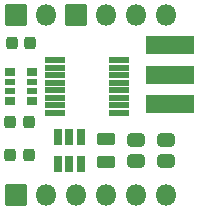
<source format=gbr>
%TF.GenerationSoftware,KiCad,Pcbnew,(6.0.5-0)*%
%TF.CreationDate,2022-08-13T19:22:48-07:00*%
%TF.ProjectId,max3100-uart-adpt,6d617833-3130-4302-9d75-6172742d6164,P1.1*%
%TF.SameCoordinates,PX6b4f310PY74ffa90*%
%TF.FileFunction,Soldermask,Bot*%
%TF.FilePolarity,Negative*%
%FSLAX46Y46*%
G04 Gerber Fmt 4.6, Leading zero omitted, Abs format (unit mm)*
G04 Created by KiCad (PCBNEW (6.0.5-0)) date 2022-08-13 19:22:48*
%MOMM*%
%LPD*%
G01*
G04 APERTURE LIST*
G04 Aperture macros list*
%AMRoundRect*
0 Rectangle with rounded corners*
0 $1 Rounding radius*
0 $2 $3 $4 $5 $6 $7 $8 $9 X,Y pos of 4 corners*
0 Add a 4 corners polygon primitive as box body*
4,1,4,$2,$3,$4,$5,$6,$7,$8,$9,$2,$3,0*
0 Add four circle primitives for the rounded corners*
1,1,$1+$1,$2,$3*
1,1,$1+$1,$4,$5*
1,1,$1+$1,$6,$7*
1,1,$1+$1,$8,$9*
0 Add four rect primitives between the rounded corners*
20,1,$1+$1,$2,$3,$4,$5,0*
20,1,$1+$1,$4,$5,$6,$7,0*
20,1,$1+$1,$6,$7,$8,$9,0*
20,1,$1+$1,$8,$9,$2,$3,0*%
G04 Aperture macros list end*
%ADD10RoundRect,0.200000X-0.150000X0.512500X-0.150000X-0.512500X0.150000X-0.512500X0.150000X0.512500X0*%
%ADD11RoundRect,0.300000X0.450000X-0.262500X0.450000X0.262500X-0.450000X0.262500X-0.450000X-0.262500X0*%
%ADD12RoundRect,0.300000X-0.450000X0.262500X-0.450000X-0.262500X0.450000X-0.262500X0.450000X0.262500X0*%
%ADD13RoundRect,0.050000X2.000000X-0.750000X2.000000X0.750000X-2.000000X0.750000X-2.000000X-0.750000X0*%
%ADD14RoundRect,0.050000X0.400000X0.250000X-0.400000X0.250000X-0.400000X-0.250000X0.400000X-0.250000X0*%
%ADD15RoundRect,0.050000X0.400000X0.200000X-0.400000X0.200000X-0.400000X-0.200000X0.400000X-0.200000X0*%
%ADD16RoundRect,0.050000X0.850000X-0.850000X0.850000X0.850000X-0.850000X0.850000X-0.850000X-0.850000X0*%
%ADD17O,1.800000X1.800000*%
%ADD18RoundRect,0.050000X-0.775000X0.217500X-0.775000X-0.217500X0.775000X-0.217500X0.775000X0.217500X0*%
%ADD19RoundRect,0.268750X-0.218750X-0.256250X0.218750X-0.256250X0.218750X0.256250X-0.218750X0.256250X0*%
%ADD20RoundRect,0.300000X-0.475000X0.250000X-0.475000X-0.250000X0.475000X-0.250000X0.475000X0.250000X0*%
G04 APERTURE END LIST*
D10*
%TO.C,Q1*%
X48528000Y34919500D03*
X49478000Y34919500D03*
X50428000Y34919500D03*
X50428000Y32644500D03*
X49478000Y32644500D03*
X48528000Y32644500D03*
%TD*%
D11*
%TO.C,R2*%
X57678000Y32869500D03*
X57678000Y34694500D03*
%TD*%
D12*
%TO.C,R1*%
X55078000Y34694500D03*
X55078000Y32869500D03*
%TD*%
D13*
%TO.C,Y1*%
X57978000Y42682000D03*
X57978000Y40182000D03*
X57978000Y37682000D03*
%TD*%
D14*
%TO.C,RN1*%
X46278000Y40382000D03*
D15*
X46278000Y39582000D03*
X46278000Y38782000D03*
D14*
X46278000Y37982000D03*
X44478000Y37982000D03*
D15*
X44478000Y38782000D03*
X44478000Y39582000D03*
D14*
X44478000Y40382000D03*
%TD*%
D16*
%TO.C,J3*%
X50038000Y45212000D03*
D17*
X52578000Y45212000D03*
X55118000Y45212000D03*
X57658000Y45212000D03*
%TD*%
D16*
%TO.C,J2*%
X44958000Y29972000D03*
D17*
X47498000Y29972000D03*
X50038000Y29972000D03*
X52578000Y29972000D03*
X55118000Y29972000D03*
X57658000Y29972000D03*
%TD*%
D16*
%TO.C,J1*%
X44958000Y45212000D03*
D17*
X47498000Y45212000D03*
%TD*%
D18*
%TO.C,IC1*%
X48253000Y36960000D03*
X48253000Y37594000D03*
X48253000Y38230000D03*
X48253000Y38864000D03*
X48253000Y39500000D03*
X48253000Y40134000D03*
X48253000Y40770000D03*
X48253000Y41404000D03*
X53703000Y41404000D03*
X53703000Y40770000D03*
X53703000Y40134000D03*
X53703000Y39500000D03*
X53703000Y38864000D03*
X53703000Y38230000D03*
X53703000Y37594000D03*
X53703000Y36960000D03*
%TD*%
D19*
%TO.C,D3*%
X46165500Y42882000D03*
X44590500Y42882000D03*
%TD*%
%TO.C,D2*%
X44490500Y33382000D03*
X46065500Y33382000D03*
%TD*%
%TO.C,D1*%
X46065500Y36182000D03*
X44490500Y36182000D03*
%TD*%
D20*
%TO.C,C1*%
X52578000Y32832000D03*
X52578000Y34732000D03*
%TD*%
M02*

</source>
